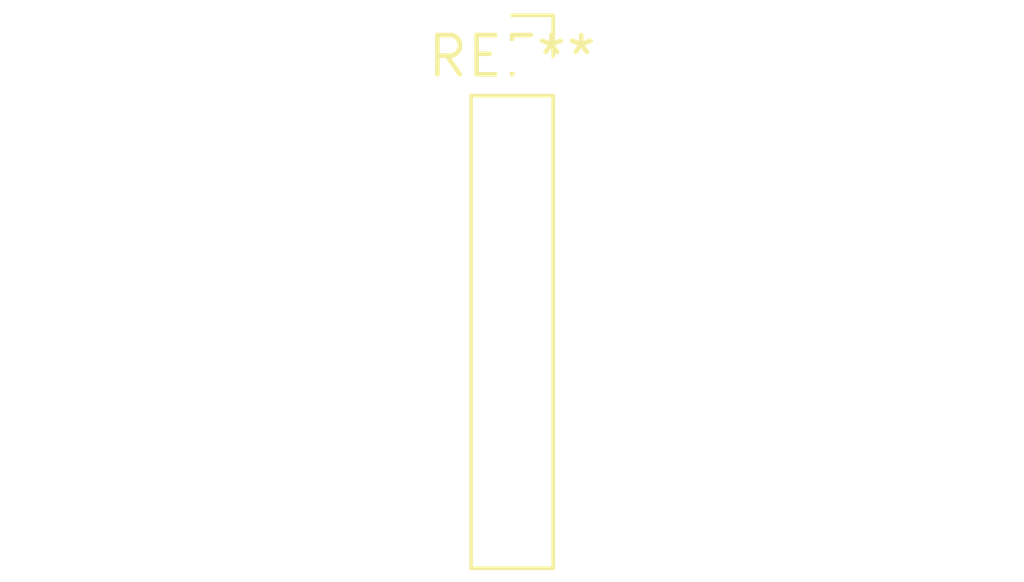
<source format=kicad_pcb>
(kicad_pcb (version 20240108) (generator pcbnew)
  (layers (0 "F.Cu" signal) (31 "B.Cu" signal) (34 "B.Paste" user) (35 "F.Paste" user) (36 "B.SilkS" user "B.Silkscreen") (37 "F.SilkS" user "F.Silkscreen") (38 "B.Mask" user) (39 "F.Mask" user) (44 "Edge.Cuts" user))
  (net 0 "")
  (footprint "PinSocket_1x07_P2.54mm_Vertical" (layer "F.Cu") (at 0 0)
    (property "Reference" "REF**")
    (property "Value" "PinSocket_1x07_P2.54mm_Vertical")
    (fp_line (start -1.33 1.27) (end -1.33 16.57) (layer "F.SilkS") (stroke (width 0.12)))
    (fp_line (start -1.33 1.27) (end 1.33 1.27) (layer "F.SilkS") (stroke (width 0.12)))
    (fp_line (start -1.33 16.57) (end 1.33 16.57) (layer "F.SilkS") (stroke (width 0.12)))
    (fp_line (start 0 -1.33) (end 1.33 -1.33) (layer "F.SilkS") (stroke (width 0.12)))
    (fp_line (start 1.33 -1.33) (end 1.33 0) (layer "F.SilkS") (stroke (width 0.12)))
    (fp_line (start 1.33 1.27) (end 1.33 16.57) (layer "F.SilkS") (stroke (width 0.12)))
    (pad "1" thru_hole rect (at 0 0) (size 1.7 1.7) (drill 1) (layers *.Cu *.Mask) (remove_unused_layers))
    (pad "2" thru_hole oval (at 0 2.54) (size 1.7 1.7) (drill 1) (layers *.Cu *.Mask) (remove_unused_layers))
    (pad "3" thru_hole oval (at 0 5.08) (size 1.7 1.7) (drill 1) (layers *.Cu *.Mask) (remove_unused_layers))
    (pad "4" thru_hole oval (at 0 7.62) (size 1.7 1.7) (drill 1) (layers *.Cu *.Mask) (remove_unused_layers))
    (pad "5" thru_hole oval (at 0 10.16) (size 1.7 1.7) (drill 1) (layers *.Cu *.Mask) (remove_unused_layers))
    (pad "6" thru_hole oval (at 0 12.7) (size 1.7 1.7) (drill 1) (layers *.Cu *.Mask) (remove_unused_layers))
    (pad "7" thru_hole oval (at 0 15.24) (size 1.7 1.7) (drill 1) (layers *.Cu *.Mask) (remove_unused_layers))
  )
)
</source>
